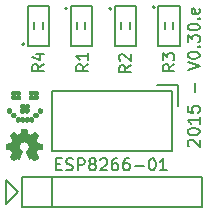
<source format=gto>
G04 #@! TF.FileFunction,Legend,Top*
%FSLAX46Y46*%
G04 Gerber Fmt 4.6, Leading zero omitted, Abs format (unit mm)*
G04 Created by KiCad (PCBNEW (2015-03-16 BZR 5521)-product) date Mon 16 Mar 2015 08:21:26 PM CET*
%MOMM*%
G01*
G04 APERTURE LIST*
%ADD10C,0.100000*%
%ADD11C,0.200000*%
%ADD12C,0.002540*%
%ADD13R,1.150620X1.049020*%
%ADD14R,1.701800X1.701800*%
%ADD15C,1.701800*%
%ADD16R,1.700800X1.700800*%
%ADD17C,1.700800*%
G04 APERTURE END LIST*
D10*
D11*
X170967619Y-113157143D02*
X170920000Y-113109524D01*
X170872381Y-113014286D01*
X170872381Y-112776190D01*
X170920000Y-112680952D01*
X170967619Y-112633333D01*
X171062857Y-112585714D01*
X171158095Y-112585714D01*
X171300952Y-112633333D01*
X171872381Y-113204762D01*
X171872381Y-112585714D01*
X170872381Y-111966667D02*
X170872381Y-111871428D01*
X170920000Y-111776190D01*
X170967619Y-111728571D01*
X171062857Y-111680952D01*
X171253333Y-111633333D01*
X171491429Y-111633333D01*
X171681905Y-111680952D01*
X171777143Y-111728571D01*
X171824762Y-111776190D01*
X171872381Y-111871428D01*
X171872381Y-111966667D01*
X171824762Y-112061905D01*
X171777143Y-112109524D01*
X171681905Y-112157143D01*
X171491429Y-112204762D01*
X171253333Y-112204762D01*
X171062857Y-112157143D01*
X170967619Y-112109524D01*
X170920000Y-112061905D01*
X170872381Y-111966667D01*
X171872381Y-110680952D02*
X171872381Y-111252381D01*
X171872381Y-110966667D02*
X170872381Y-110966667D01*
X171015238Y-111061905D01*
X171110476Y-111157143D01*
X171158095Y-111252381D01*
X170872381Y-109776190D02*
X170872381Y-110252381D01*
X171348571Y-110300000D01*
X171300952Y-110252381D01*
X171253333Y-110157143D01*
X171253333Y-109919047D01*
X171300952Y-109823809D01*
X171348571Y-109776190D01*
X171443810Y-109728571D01*
X171681905Y-109728571D01*
X171777143Y-109776190D01*
X171824762Y-109823809D01*
X171872381Y-109919047D01*
X171872381Y-110157143D01*
X171824762Y-110252381D01*
X171777143Y-110300000D01*
X171491429Y-108538095D02*
X171491429Y-107776190D01*
X170872381Y-106680952D02*
X171872381Y-106347619D01*
X170872381Y-106014285D01*
X170872381Y-105490476D02*
X170872381Y-105395237D01*
X170920000Y-105299999D01*
X170967619Y-105252380D01*
X171062857Y-105204761D01*
X171253333Y-105157142D01*
X171491429Y-105157142D01*
X171681905Y-105204761D01*
X171777143Y-105252380D01*
X171824762Y-105299999D01*
X171872381Y-105395237D01*
X171872381Y-105490476D01*
X171824762Y-105585714D01*
X171777143Y-105633333D01*
X171681905Y-105680952D01*
X171491429Y-105728571D01*
X171253333Y-105728571D01*
X171062857Y-105680952D01*
X170967619Y-105633333D01*
X170920000Y-105585714D01*
X170872381Y-105490476D01*
X171777143Y-104728571D02*
X171824762Y-104680952D01*
X171872381Y-104728571D01*
X171824762Y-104776190D01*
X171777143Y-104728571D01*
X171872381Y-104728571D01*
X170872381Y-104347619D02*
X170872381Y-103728571D01*
X171253333Y-104061905D01*
X171253333Y-103919047D01*
X171300952Y-103823809D01*
X171348571Y-103776190D01*
X171443810Y-103728571D01*
X171681905Y-103728571D01*
X171777143Y-103776190D01*
X171824762Y-103823809D01*
X171872381Y-103919047D01*
X171872381Y-104204762D01*
X171824762Y-104300000D01*
X171777143Y-104347619D01*
X170872381Y-103109524D02*
X170872381Y-103014285D01*
X170920000Y-102919047D01*
X170967619Y-102871428D01*
X171062857Y-102823809D01*
X171253333Y-102776190D01*
X171491429Y-102776190D01*
X171681905Y-102823809D01*
X171777143Y-102871428D01*
X171824762Y-102919047D01*
X171872381Y-103014285D01*
X171872381Y-103109524D01*
X171824762Y-103204762D01*
X171777143Y-103252381D01*
X171681905Y-103300000D01*
X171491429Y-103347619D01*
X171253333Y-103347619D01*
X171062857Y-103300000D01*
X170967619Y-103252381D01*
X170920000Y-103204762D01*
X170872381Y-103109524D01*
X171777143Y-102347619D02*
X171824762Y-102300000D01*
X171872381Y-102347619D01*
X171824762Y-102395238D01*
X171777143Y-102347619D01*
X171872381Y-102347619D01*
X171824762Y-101490476D02*
X171872381Y-101585714D01*
X171872381Y-101776191D01*
X171824762Y-101871429D01*
X171729524Y-101919048D01*
X171348571Y-101919048D01*
X171253333Y-101871429D01*
X171205714Y-101776191D01*
X171205714Y-101585714D01*
X171253333Y-101490476D01*
X171348571Y-101442857D01*
X171443810Y-101442857D01*
X171539048Y-101919048D01*
X157042000Y-104500000D02*
G75*
G03X157042000Y-104500000I-100000J0D01*
G01*
X159142000Y-101300000D02*
X159142000Y-104700000D01*
X159142000Y-104700000D02*
X157342000Y-104700000D01*
X157342000Y-104700000D02*
X157342000Y-101300000D01*
X157342000Y-101300000D02*
X159142000Y-101300000D01*
X157810200Y-103431800D02*
X157810200Y-103838200D01*
X157810200Y-103838200D02*
X158673800Y-103838200D01*
X158673800Y-103431800D02*
X158673800Y-103838200D01*
X157810200Y-103431800D02*
X158673800Y-103431800D01*
X157810200Y-102161800D02*
X157810200Y-102568200D01*
X157810200Y-102568200D02*
X158673800Y-102568200D01*
X158673800Y-102161800D02*
X158673800Y-102568200D01*
X157810200Y-102161800D02*
X158673800Y-102161800D01*
X157886400Y-102568200D02*
X157886400Y-103431800D01*
X158597600Y-103431800D02*
X158597600Y-102568200D01*
X160661500Y-101500000D02*
G75*
G03X160661500Y-101500000I-100000J0D01*
G01*
X162761500Y-101300000D02*
X162761500Y-104700000D01*
X162761500Y-104700000D02*
X160961500Y-104700000D01*
X160961500Y-104700000D02*
X160961500Y-101300000D01*
X160961500Y-101300000D02*
X162761500Y-101300000D01*
X161429700Y-103431800D02*
X161429700Y-103838200D01*
X161429700Y-103838200D02*
X162293300Y-103838200D01*
X162293300Y-103431800D02*
X162293300Y-103838200D01*
X161429700Y-103431800D02*
X162293300Y-103431800D01*
X161429700Y-102161800D02*
X161429700Y-102568200D01*
X161429700Y-102568200D02*
X162293300Y-102568200D01*
X162293300Y-102161800D02*
X162293300Y-102568200D01*
X161429700Y-102161800D02*
X162293300Y-102161800D01*
X161505900Y-102568200D02*
X161505900Y-103431800D01*
X162217100Y-103431800D02*
X162217100Y-102568200D01*
X164408000Y-101500000D02*
G75*
G03X164408000Y-101500000I-100000J0D01*
G01*
X166508000Y-101300000D02*
X166508000Y-104700000D01*
X166508000Y-104700000D02*
X164708000Y-104700000D01*
X164708000Y-104700000D02*
X164708000Y-101300000D01*
X164708000Y-101300000D02*
X166508000Y-101300000D01*
X165176200Y-103431800D02*
X165176200Y-103838200D01*
X165176200Y-103838200D02*
X166039800Y-103838200D01*
X166039800Y-103431800D02*
X166039800Y-103838200D01*
X165176200Y-103431800D02*
X166039800Y-103431800D01*
X165176200Y-102161800D02*
X165176200Y-102568200D01*
X165176200Y-102568200D02*
X166039800Y-102568200D01*
X166039800Y-102161800D02*
X166039800Y-102568200D01*
X165176200Y-102161800D02*
X166039800Y-102161800D01*
X165252400Y-102568200D02*
X165252400Y-103431800D01*
X165963600Y-103431800D02*
X165963600Y-102568200D01*
X168091000Y-101400000D02*
G75*
G03X168091000Y-101400000I-100000J0D01*
G01*
X170191000Y-101300000D02*
X170191000Y-104700000D01*
X170191000Y-104700000D02*
X168391000Y-104700000D01*
X168391000Y-104700000D02*
X168391000Y-101300000D01*
X168391000Y-101300000D02*
X170191000Y-101300000D01*
X168859200Y-103431800D02*
X168859200Y-103838200D01*
X168859200Y-103838200D02*
X169722800Y-103838200D01*
X169722800Y-103431800D02*
X169722800Y-103838200D01*
X168859200Y-103431800D02*
X169722800Y-103431800D01*
X168859200Y-102161800D02*
X168859200Y-102568200D01*
X168859200Y-102568200D02*
X169722800Y-102568200D01*
X169722800Y-102161800D02*
X169722800Y-102568200D01*
X168859200Y-102161800D02*
X169722800Y-102161800D01*
X168935400Y-102568200D02*
X168935400Y-103431800D01*
X169646600Y-103431800D02*
X169646600Y-102568200D01*
X170088000Y-107952000D02*
X170088000Y-109730000D01*
X168310000Y-107952000D02*
X170088000Y-107952000D01*
X169580000Y-108460000D02*
X169580000Y-113540000D01*
X159420000Y-108460000D02*
X169580000Y-108460000D01*
X169580000Y-113540000D02*
X159420000Y-113540000D01*
X159420000Y-113540000D02*
X159420000Y-108460000D01*
X156500000Y-117000000D02*
X155500000Y-116000000D01*
X155500000Y-116000000D02*
X155500000Y-118000000D01*
X155500000Y-118000000D02*
X156500000Y-117000000D01*
X156880000Y-118270000D02*
X156880000Y-115730000D01*
X156880000Y-115730000D02*
X172120000Y-115730000D01*
X172120000Y-115730000D02*
X172120000Y-118270000D01*
X172120000Y-118270000D02*
X156880000Y-118270000D01*
X159420000Y-118270000D02*
X159420000Y-115730000D01*
D12*
G36*
X157616420Y-111060640D02*
X157654520Y-111055560D01*
X157687540Y-111045400D01*
X157702780Y-111037780D01*
X157735800Y-111014920D01*
X157761200Y-110986980D01*
X157778980Y-110956500D01*
X157791680Y-110920940D01*
X157799300Y-110885380D01*
X157796760Y-110847280D01*
X157789140Y-110811720D01*
X157771360Y-110776160D01*
X157761200Y-110760920D01*
X157745960Y-110743140D01*
X157728180Y-110727900D01*
X157712940Y-110715200D01*
X157707860Y-110712660D01*
X157674840Y-110697420D01*
X157641820Y-110689800D01*
X157603720Y-110687260D01*
X157591020Y-110687260D01*
X157570700Y-110689800D01*
X157552920Y-110694880D01*
X157532600Y-110705040D01*
X157509740Y-110715200D01*
X157479260Y-110740600D01*
X157456400Y-110771080D01*
X157436080Y-110804100D01*
X157431000Y-110819340D01*
X157425920Y-110839660D01*
X157423380Y-110852360D01*
X157423380Y-110854900D01*
X157423380Y-110854900D01*
X157423380Y-110847280D01*
X157423380Y-110847280D01*
X157415760Y-110821880D01*
X157408140Y-110799020D01*
X157395440Y-110776160D01*
X157375120Y-110748220D01*
X157347180Y-110722820D01*
X157314160Y-110702500D01*
X157276060Y-110689800D01*
X157237960Y-110687260D01*
X157227800Y-110687260D01*
X157197320Y-110689800D01*
X157169380Y-110697420D01*
X157164300Y-110699960D01*
X157131280Y-110717740D01*
X157103340Y-110740600D01*
X157080480Y-110771080D01*
X157062700Y-110801560D01*
X157052540Y-110834580D01*
X157052540Y-110837120D01*
X157050000Y-110844740D01*
X157050000Y-110849820D01*
X157050000Y-110849820D01*
X157050000Y-110844740D01*
X157047460Y-110834580D01*
X157047460Y-110832040D01*
X157034760Y-110799020D01*
X157016980Y-110766000D01*
X156994120Y-110738060D01*
X156971260Y-110720280D01*
X156938240Y-110702500D01*
X156902680Y-110689800D01*
X156862040Y-110687260D01*
X156834100Y-110689800D01*
X156798540Y-110697420D01*
X156762980Y-110715200D01*
X156732500Y-110738060D01*
X156709640Y-110768540D01*
X156704560Y-110773620D01*
X156696940Y-110786320D01*
X156691860Y-110799020D01*
X156689320Y-110806640D01*
X156681700Y-110824420D01*
X156679160Y-110839660D01*
X156676620Y-110852360D01*
X156676620Y-110854900D01*
X156676620Y-110854900D01*
X156674080Y-110847280D01*
X156671540Y-110826960D01*
X156661380Y-110801560D01*
X156651220Y-110778700D01*
X156628360Y-110748220D01*
X156597880Y-110722820D01*
X156564860Y-110702500D01*
X156529300Y-110689800D01*
X156491200Y-110687260D01*
X156455640Y-110689800D01*
X156417540Y-110699960D01*
X156384520Y-110717740D01*
X156354040Y-110743140D01*
X156338800Y-110760920D01*
X156326100Y-110781240D01*
X156313400Y-110804100D01*
X156308320Y-110824420D01*
X156300700Y-110862520D01*
X156303240Y-110898080D01*
X156310860Y-110933640D01*
X156326100Y-110966660D01*
X156346420Y-110994600D01*
X156371820Y-111020000D01*
X156402300Y-111040320D01*
X156435320Y-111053020D01*
X156473420Y-111060640D01*
X156478500Y-111060640D01*
X156516600Y-111060640D01*
X156552160Y-111050480D01*
X156585180Y-111035240D01*
X156597880Y-111025080D01*
X156623280Y-111004760D01*
X156646140Y-110976820D01*
X156661380Y-110948880D01*
X156663920Y-110938720D01*
X156669000Y-110923480D01*
X156674080Y-110905700D01*
X156676620Y-110893000D01*
X156676620Y-110885380D01*
X156676620Y-110893000D01*
X156676620Y-110900620D01*
X156681700Y-110915860D01*
X156686780Y-110936180D01*
X156691860Y-110951420D01*
X156702020Y-110969200D01*
X156724880Y-110999680D01*
X156752820Y-111025080D01*
X156785840Y-111045400D01*
X156823940Y-111058100D01*
X156829020Y-111058100D01*
X156854420Y-111060640D01*
X156882360Y-111060640D01*
X156907760Y-111055560D01*
X156933160Y-111047940D01*
X156966180Y-111030160D01*
X156999200Y-111004760D01*
X156999200Y-111002220D01*
X157022060Y-110976820D01*
X157037300Y-110943800D01*
X157047460Y-110913320D01*
X157047460Y-110910780D01*
X157050000Y-110903160D01*
X157050000Y-110898080D01*
X157050000Y-110900620D01*
X157052540Y-110908240D01*
X157052540Y-110910780D01*
X157057620Y-110931100D01*
X157065240Y-110951420D01*
X157077940Y-110971740D01*
X157093180Y-110994600D01*
X157121120Y-111022540D01*
X157154140Y-111042860D01*
X157192240Y-111055560D01*
X157197320Y-111058100D01*
X157222720Y-111060640D01*
X157250660Y-111060640D01*
X157276060Y-111058100D01*
X157296380Y-111050480D01*
X157331940Y-111035240D01*
X157362420Y-111012380D01*
X157387820Y-110984440D01*
X157408140Y-110951420D01*
X157410680Y-110941260D01*
X157418300Y-110923480D01*
X157420840Y-110905700D01*
X157423380Y-110893000D01*
X157423380Y-110893000D01*
X157423380Y-110893000D01*
X157425920Y-110900620D01*
X157425920Y-110900620D01*
X157431000Y-110923480D01*
X157441160Y-110948880D01*
X157451320Y-110971740D01*
X157456400Y-110979360D01*
X157479260Y-111007300D01*
X157509740Y-111030160D01*
X157542760Y-111047940D01*
X157578320Y-111058100D01*
X157616420Y-111060640D01*
X157616420Y-111060640D01*
G37*
X157616420Y-111060640D02*
X157654520Y-111055560D01*
X157687540Y-111045400D01*
X157702780Y-111037780D01*
X157735800Y-111014920D01*
X157761200Y-110986980D01*
X157778980Y-110956500D01*
X157791680Y-110920940D01*
X157799300Y-110885380D01*
X157796760Y-110847280D01*
X157789140Y-110811720D01*
X157771360Y-110776160D01*
X157761200Y-110760920D01*
X157745960Y-110743140D01*
X157728180Y-110727900D01*
X157712940Y-110715200D01*
X157707860Y-110712660D01*
X157674840Y-110697420D01*
X157641820Y-110689800D01*
X157603720Y-110687260D01*
X157591020Y-110687260D01*
X157570700Y-110689800D01*
X157552920Y-110694880D01*
X157532600Y-110705040D01*
X157509740Y-110715200D01*
X157479260Y-110740600D01*
X157456400Y-110771080D01*
X157436080Y-110804100D01*
X157431000Y-110819340D01*
X157425920Y-110839660D01*
X157423380Y-110852360D01*
X157423380Y-110854900D01*
X157423380Y-110854900D01*
X157423380Y-110847280D01*
X157423380Y-110847280D01*
X157415760Y-110821880D01*
X157408140Y-110799020D01*
X157395440Y-110776160D01*
X157375120Y-110748220D01*
X157347180Y-110722820D01*
X157314160Y-110702500D01*
X157276060Y-110689800D01*
X157237960Y-110687260D01*
X157227800Y-110687260D01*
X157197320Y-110689800D01*
X157169380Y-110697420D01*
X157164300Y-110699960D01*
X157131280Y-110717740D01*
X157103340Y-110740600D01*
X157080480Y-110771080D01*
X157062700Y-110801560D01*
X157052540Y-110834580D01*
X157052540Y-110837120D01*
X157050000Y-110844740D01*
X157050000Y-110849820D01*
X157050000Y-110849820D01*
X157050000Y-110844740D01*
X157047460Y-110834580D01*
X157047460Y-110832040D01*
X157034760Y-110799020D01*
X157016980Y-110766000D01*
X156994120Y-110738060D01*
X156971260Y-110720280D01*
X156938240Y-110702500D01*
X156902680Y-110689800D01*
X156862040Y-110687260D01*
X156834100Y-110689800D01*
X156798540Y-110697420D01*
X156762980Y-110715200D01*
X156732500Y-110738060D01*
X156709640Y-110768540D01*
X156704560Y-110773620D01*
X156696940Y-110786320D01*
X156691860Y-110799020D01*
X156689320Y-110806640D01*
X156681700Y-110824420D01*
X156679160Y-110839660D01*
X156676620Y-110852360D01*
X156676620Y-110854900D01*
X156676620Y-110854900D01*
X156674080Y-110847280D01*
X156671540Y-110826960D01*
X156661380Y-110801560D01*
X156651220Y-110778700D01*
X156628360Y-110748220D01*
X156597880Y-110722820D01*
X156564860Y-110702500D01*
X156529300Y-110689800D01*
X156491200Y-110687260D01*
X156455640Y-110689800D01*
X156417540Y-110699960D01*
X156384520Y-110717740D01*
X156354040Y-110743140D01*
X156338800Y-110760920D01*
X156326100Y-110781240D01*
X156313400Y-110804100D01*
X156308320Y-110824420D01*
X156300700Y-110862520D01*
X156303240Y-110898080D01*
X156310860Y-110933640D01*
X156326100Y-110966660D01*
X156346420Y-110994600D01*
X156371820Y-111020000D01*
X156402300Y-111040320D01*
X156435320Y-111053020D01*
X156473420Y-111060640D01*
X156478500Y-111060640D01*
X156516600Y-111060640D01*
X156552160Y-111050480D01*
X156585180Y-111035240D01*
X156597880Y-111025080D01*
X156623280Y-111004760D01*
X156646140Y-110976820D01*
X156661380Y-110948880D01*
X156663920Y-110938720D01*
X156669000Y-110923480D01*
X156674080Y-110905700D01*
X156676620Y-110893000D01*
X156676620Y-110885380D01*
X156676620Y-110893000D01*
X156676620Y-110900620D01*
X156681700Y-110915860D01*
X156686780Y-110936180D01*
X156691860Y-110951420D01*
X156702020Y-110969200D01*
X156724880Y-110999680D01*
X156752820Y-111025080D01*
X156785840Y-111045400D01*
X156823940Y-111058100D01*
X156829020Y-111058100D01*
X156854420Y-111060640D01*
X156882360Y-111060640D01*
X156907760Y-111055560D01*
X156933160Y-111047940D01*
X156966180Y-111030160D01*
X156999200Y-111004760D01*
X156999200Y-111002220D01*
X157022060Y-110976820D01*
X157037300Y-110943800D01*
X157047460Y-110913320D01*
X157047460Y-110910780D01*
X157050000Y-110903160D01*
X157050000Y-110898080D01*
X157050000Y-110900620D01*
X157052540Y-110908240D01*
X157052540Y-110910780D01*
X157057620Y-110931100D01*
X157065240Y-110951420D01*
X157077940Y-110971740D01*
X157093180Y-110994600D01*
X157121120Y-111022540D01*
X157154140Y-111042860D01*
X157192240Y-111055560D01*
X157197320Y-111058100D01*
X157222720Y-111060640D01*
X157250660Y-111060640D01*
X157276060Y-111058100D01*
X157296380Y-111050480D01*
X157331940Y-111035240D01*
X157362420Y-111012380D01*
X157387820Y-110984440D01*
X157408140Y-110951420D01*
X157410680Y-110941260D01*
X157418300Y-110923480D01*
X157420840Y-110905700D01*
X157423380Y-110893000D01*
X157423380Y-110893000D01*
X157423380Y-110893000D01*
X157425920Y-110900620D01*
X157425920Y-110900620D01*
X157431000Y-110923480D01*
X157441160Y-110948880D01*
X157451320Y-110971740D01*
X157456400Y-110979360D01*
X157479260Y-111007300D01*
X157509740Y-111030160D01*
X157542760Y-111047940D01*
X157578320Y-111058100D01*
X157616420Y-111060640D01*
G36*
X156102580Y-110687260D02*
X156125440Y-110684720D01*
X156145760Y-110684720D01*
X156171160Y-110677100D01*
X156206720Y-110661860D01*
X156237200Y-110639000D01*
X156262600Y-110611060D01*
X156282920Y-110578040D01*
X156295620Y-110542480D01*
X156300700Y-110504380D01*
X156298160Y-110466280D01*
X156288000Y-110430720D01*
X156272760Y-110397700D01*
X156247360Y-110367220D01*
X156216880Y-110341820D01*
X156209260Y-110336740D01*
X156171160Y-110321500D01*
X156135600Y-110311340D01*
X156094960Y-110311340D01*
X156056860Y-110318960D01*
X156026380Y-110331660D01*
X155993360Y-110354520D01*
X155967960Y-110382460D01*
X155945100Y-110415480D01*
X155932400Y-110453580D01*
X155927320Y-110471360D01*
X155927320Y-110496760D01*
X155927320Y-110519620D01*
X155929860Y-110539940D01*
X155932400Y-110547560D01*
X155947640Y-110585660D01*
X155967960Y-110618680D01*
X155998440Y-110646620D01*
X156031460Y-110666940D01*
X156046700Y-110674560D01*
X156069560Y-110682180D01*
X156089880Y-110684720D01*
X156102580Y-110687260D01*
X156102580Y-110687260D01*
G37*
X156102580Y-110687260D02*
X156125440Y-110684720D01*
X156145760Y-110684720D01*
X156171160Y-110677100D01*
X156206720Y-110661860D01*
X156237200Y-110639000D01*
X156262600Y-110611060D01*
X156282920Y-110578040D01*
X156295620Y-110542480D01*
X156300700Y-110504380D01*
X156298160Y-110466280D01*
X156288000Y-110430720D01*
X156272760Y-110397700D01*
X156247360Y-110367220D01*
X156216880Y-110341820D01*
X156209260Y-110336740D01*
X156171160Y-110321500D01*
X156135600Y-110311340D01*
X156094960Y-110311340D01*
X156056860Y-110318960D01*
X156026380Y-110331660D01*
X155993360Y-110354520D01*
X155967960Y-110382460D01*
X155945100Y-110415480D01*
X155932400Y-110453580D01*
X155927320Y-110471360D01*
X155927320Y-110496760D01*
X155927320Y-110519620D01*
X155929860Y-110539940D01*
X155932400Y-110547560D01*
X155947640Y-110585660D01*
X155967960Y-110618680D01*
X155998440Y-110646620D01*
X156031460Y-110666940D01*
X156046700Y-110674560D01*
X156069560Y-110682180D01*
X156089880Y-110684720D01*
X156102580Y-110687260D01*
G36*
X157989800Y-110687260D02*
X158027900Y-110682180D01*
X158066000Y-110669480D01*
X158101560Y-110646620D01*
X158109180Y-110641540D01*
X158134580Y-110613600D01*
X158154900Y-110580580D01*
X158167600Y-110545020D01*
X158172680Y-110524700D01*
X158172680Y-110501840D01*
X158172680Y-110476440D01*
X158170140Y-110458660D01*
X158167600Y-110448500D01*
X158152360Y-110410400D01*
X158132040Y-110379920D01*
X158104100Y-110351980D01*
X158071080Y-110331660D01*
X158035520Y-110318960D01*
X157997420Y-110311340D01*
X157982180Y-110311340D01*
X157944080Y-110316420D01*
X157908520Y-110326580D01*
X157878040Y-110346900D01*
X157850100Y-110369760D01*
X157827240Y-110400240D01*
X157812000Y-110433260D01*
X157801840Y-110468820D01*
X157799300Y-110506920D01*
X157801840Y-110529780D01*
X157806920Y-110550100D01*
X157814540Y-110572960D01*
X157829780Y-110600900D01*
X157852640Y-110631380D01*
X157883120Y-110654240D01*
X157916140Y-110672020D01*
X157951700Y-110682180D01*
X157989800Y-110687260D01*
X157989800Y-110687260D01*
G37*
X157989800Y-110687260D02*
X158027900Y-110682180D01*
X158066000Y-110669480D01*
X158101560Y-110646620D01*
X158109180Y-110641540D01*
X158134580Y-110613600D01*
X158154900Y-110580580D01*
X158167600Y-110545020D01*
X158172680Y-110524700D01*
X158172680Y-110501840D01*
X158172680Y-110476440D01*
X158170140Y-110458660D01*
X158167600Y-110448500D01*
X158152360Y-110410400D01*
X158132040Y-110379920D01*
X158104100Y-110351980D01*
X158071080Y-110331660D01*
X158035520Y-110318960D01*
X157997420Y-110311340D01*
X157982180Y-110311340D01*
X157944080Y-110316420D01*
X157908520Y-110326580D01*
X157878040Y-110346900D01*
X157850100Y-110369760D01*
X157827240Y-110400240D01*
X157812000Y-110433260D01*
X157801840Y-110468820D01*
X157799300Y-110506920D01*
X157801840Y-110529780D01*
X157806920Y-110550100D01*
X157814540Y-110572960D01*
X157829780Y-110600900D01*
X157852640Y-110631380D01*
X157883120Y-110654240D01*
X157916140Y-110672020D01*
X157951700Y-110682180D01*
X157989800Y-110687260D01*
G36*
X155729200Y-110311340D02*
X155754600Y-110311340D01*
X155777460Y-110306260D01*
X155805400Y-110298640D01*
X155838420Y-110280860D01*
X155871440Y-110255460D01*
X155891760Y-110232600D01*
X155909540Y-110199580D01*
X155922240Y-110164020D01*
X155924780Y-110148780D01*
X155924780Y-110125920D01*
X155924780Y-110103060D01*
X155922240Y-110085280D01*
X155919700Y-110072580D01*
X155904460Y-110037020D01*
X155884140Y-110004000D01*
X155856200Y-109976060D01*
X155820640Y-109955740D01*
X155807940Y-109950660D01*
X155785080Y-109940500D01*
X155759680Y-109937960D01*
X155731740Y-109937960D01*
X155713960Y-109937960D01*
X155693640Y-109940500D01*
X155675860Y-109945580D01*
X155655540Y-109955740D01*
X155642840Y-109963360D01*
X155612360Y-109986220D01*
X155586960Y-110014160D01*
X155566640Y-110049720D01*
X155553940Y-110087820D01*
X155553940Y-110095440D01*
X155551400Y-110118300D01*
X155551400Y-110141160D01*
X155553940Y-110161480D01*
X155556480Y-110174180D01*
X155571720Y-110209740D01*
X155594580Y-110242760D01*
X155619980Y-110270700D01*
X155655540Y-110291020D01*
X155691100Y-110306260D01*
X155703800Y-110308800D01*
X155729200Y-110311340D01*
X155729200Y-110311340D01*
G37*
X155729200Y-110311340D02*
X155754600Y-110311340D01*
X155777460Y-110306260D01*
X155805400Y-110298640D01*
X155838420Y-110280860D01*
X155871440Y-110255460D01*
X155891760Y-110232600D01*
X155909540Y-110199580D01*
X155922240Y-110164020D01*
X155924780Y-110148780D01*
X155924780Y-110125920D01*
X155924780Y-110103060D01*
X155922240Y-110085280D01*
X155919700Y-110072580D01*
X155904460Y-110037020D01*
X155884140Y-110004000D01*
X155856200Y-109976060D01*
X155820640Y-109955740D01*
X155807940Y-109950660D01*
X155785080Y-109940500D01*
X155759680Y-109937960D01*
X155731740Y-109937960D01*
X155713960Y-109937960D01*
X155693640Y-109940500D01*
X155675860Y-109945580D01*
X155655540Y-109955740D01*
X155642840Y-109963360D01*
X155612360Y-109986220D01*
X155586960Y-110014160D01*
X155566640Y-110049720D01*
X155553940Y-110087820D01*
X155553940Y-110095440D01*
X155551400Y-110118300D01*
X155551400Y-110141160D01*
X155553940Y-110161480D01*
X155556480Y-110174180D01*
X155571720Y-110209740D01*
X155594580Y-110242760D01*
X155619980Y-110270700D01*
X155655540Y-110291020D01*
X155691100Y-110306260D01*
X155703800Y-110308800D01*
X155729200Y-110311340D01*
G36*
X157232880Y-110311340D02*
X157268440Y-110308800D01*
X157304000Y-110298640D01*
X157326860Y-110288480D01*
X157357340Y-110265620D01*
X157385280Y-110237680D01*
X157405600Y-110204660D01*
X157418300Y-110169100D01*
X157420840Y-110161480D01*
X157423380Y-110131000D01*
X157423380Y-110103060D01*
X157415760Y-110070040D01*
X157400520Y-110031940D01*
X157377660Y-110001460D01*
X157349720Y-109976060D01*
X157316700Y-109955740D01*
X157278600Y-109940500D01*
X157255740Y-109935420D01*
X157268440Y-109932880D01*
X157270980Y-109932880D01*
X157296380Y-109925260D01*
X157324320Y-109912560D01*
X157352260Y-109897320D01*
X157354800Y-109892240D01*
X157382740Y-109866840D01*
X157403060Y-109833820D01*
X157415760Y-109798260D01*
X157423380Y-109762700D01*
X157423380Y-109727140D01*
X157413220Y-109691580D01*
X157397980Y-109656020D01*
X157397980Y-109653480D01*
X157372580Y-109623000D01*
X157344640Y-109597600D01*
X157314160Y-109579820D01*
X157278600Y-109569660D01*
X157243040Y-109564580D01*
X157207480Y-109567120D01*
X157171920Y-109574740D01*
X157138900Y-109592520D01*
X157105880Y-109615380D01*
X157090640Y-109633160D01*
X157072860Y-109661100D01*
X157057620Y-109689040D01*
X157052540Y-109716980D01*
X157050000Y-109724600D01*
X157050000Y-109727140D01*
X157050000Y-109724600D01*
X157047460Y-109716980D01*
X157042380Y-109691580D01*
X157029680Y-109666180D01*
X157014440Y-109640780D01*
X157004280Y-109628080D01*
X156976340Y-109602680D01*
X156943320Y-109582360D01*
X156907760Y-109569660D01*
X156869660Y-109564580D01*
X156831560Y-109567120D01*
X156808700Y-109572200D01*
X156773140Y-109587440D01*
X156742660Y-109607760D01*
X156714720Y-109635700D01*
X156694400Y-109668720D01*
X156681700Y-109706820D01*
X156679160Y-109724600D01*
X156676620Y-109762700D01*
X156684240Y-109798260D01*
X156696940Y-109833820D01*
X156717260Y-109866840D01*
X156745200Y-109892240D01*
X156778220Y-109915100D01*
X156793460Y-109922720D01*
X156811240Y-109927800D01*
X156826480Y-109932880D01*
X156839180Y-109935420D01*
X156839180Y-109935420D01*
X156839180Y-109935420D01*
X156831560Y-109937960D01*
X156813780Y-109943040D01*
X156788380Y-109953200D01*
X156765520Y-109963360D01*
X156755360Y-109970980D01*
X156729960Y-109993840D01*
X156707100Y-110019240D01*
X156691860Y-110047180D01*
X156681700Y-110080200D01*
X156676620Y-110113220D01*
X156676620Y-110146240D01*
X156679160Y-110151320D01*
X156689320Y-110191960D01*
X156707100Y-110224980D01*
X156732500Y-110255460D01*
X156752820Y-110275780D01*
X156785840Y-110296100D01*
X156823940Y-110306260D01*
X156836640Y-110308800D01*
X156856960Y-110311340D01*
X156879820Y-110308800D01*
X156900140Y-110308800D01*
X156915380Y-110303720D01*
X156928080Y-110301180D01*
X156963640Y-110283400D01*
X156994120Y-110258000D01*
X157019520Y-110227520D01*
X157029680Y-110212280D01*
X157039840Y-110186880D01*
X157047460Y-110161480D01*
X157047460Y-110161480D01*
X157050000Y-110151320D01*
X157050000Y-110148780D01*
X157050000Y-110148780D01*
X157050000Y-110097980D01*
X157050000Y-110097980D01*
X157050000Y-110095440D01*
X157047460Y-110085280D01*
X157047460Y-110082740D01*
X157034760Y-110049720D01*
X157016980Y-110016700D01*
X156994120Y-109988760D01*
X156966180Y-109965900D01*
X156933160Y-109950660D01*
X156930620Y-109948120D01*
X156915380Y-109943040D01*
X156900140Y-109940500D01*
X156882360Y-109935420D01*
X156897600Y-109932880D01*
X156920460Y-109927800D01*
X156953480Y-109912560D01*
X156983960Y-109892240D01*
X157011900Y-109864300D01*
X157032220Y-109833820D01*
X157037300Y-109818580D01*
X157044920Y-109798260D01*
X157047460Y-109783020D01*
X157050000Y-109775400D01*
X157050000Y-109772860D01*
X157050000Y-109775400D01*
X157052540Y-109783020D01*
X157055080Y-109795720D01*
X157060160Y-109816040D01*
X157067780Y-109833820D01*
X157080480Y-109854140D01*
X157105880Y-109882080D01*
X157133820Y-109904940D01*
X157166840Y-109922720D01*
X157202400Y-109932880D01*
X157217640Y-109935420D01*
X157202400Y-109940500D01*
X157199860Y-109940500D01*
X157182080Y-109943040D01*
X157166840Y-109950660D01*
X157164300Y-109950660D01*
X157131280Y-109968440D01*
X157103340Y-109991300D01*
X157080480Y-110019240D01*
X157062700Y-110052260D01*
X157052540Y-110085280D01*
X157052540Y-110085280D01*
X157050000Y-110095440D01*
X157050000Y-110097980D01*
X157050000Y-110148780D01*
X157050000Y-110148780D01*
X157050000Y-110153860D01*
X157052540Y-110161480D01*
X157060160Y-110186880D01*
X157075400Y-110219900D01*
X157098260Y-110250380D01*
X157126200Y-110275780D01*
X157159220Y-110293560D01*
X157159220Y-110293560D01*
X157194780Y-110306260D01*
X157232880Y-110311340D01*
X157232880Y-110311340D01*
G37*
X157232880Y-110311340D02*
X157268440Y-110308800D01*
X157304000Y-110298640D01*
X157326860Y-110288480D01*
X157357340Y-110265620D01*
X157385280Y-110237680D01*
X157405600Y-110204660D01*
X157418300Y-110169100D01*
X157420840Y-110161480D01*
X157423380Y-110131000D01*
X157423380Y-110103060D01*
X157415760Y-110070040D01*
X157400520Y-110031940D01*
X157377660Y-110001460D01*
X157349720Y-109976060D01*
X157316700Y-109955740D01*
X157278600Y-109940500D01*
X157255740Y-109935420D01*
X157268440Y-109932880D01*
X157270980Y-109932880D01*
X157296380Y-109925260D01*
X157324320Y-109912560D01*
X157352260Y-109897320D01*
X157354800Y-109892240D01*
X157382740Y-109866840D01*
X157403060Y-109833820D01*
X157415760Y-109798260D01*
X157423380Y-109762700D01*
X157423380Y-109727140D01*
X157413220Y-109691580D01*
X157397980Y-109656020D01*
X157397980Y-109653480D01*
X157372580Y-109623000D01*
X157344640Y-109597600D01*
X157314160Y-109579820D01*
X157278600Y-109569660D01*
X157243040Y-109564580D01*
X157207480Y-109567120D01*
X157171920Y-109574740D01*
X157138900Y-109592520D01*
X157105880Y-109615380D01*
X157090640Y-109633160D01*
X157072860Y-109661100D01*
X157057620Y-109689040D01*
X157052540Y-109716980D01*
X157050000Y-109724600D01*
X157050000Y-109727140D01*
X157050000Y-109724600D01*
X157047460Y-109716980D01*
X157042380Y-109691580D01*
X157029680Y-109666180D01*
X157014440Y-109640780D01*
X157004280Y-109628080D01*
X156976340Y-109602680D01*
X156943320Y-109582360D01*
X156907760Y-109569660D01*
X156869660Y-109564580D01*
X156831560Y-109567120D01*
X156808700Y-109572200D01*
X156773140Y-109587440D01*
X156742660Y-109607760D01*
X156714720Y-109635700D01*
X156694400Y-109668720D01*
X156681700Y-109706820D01*
X156679160Y-109724600D01*
X156676620Y-109762700D01*
X156684240Y-109798260D01*
X156696940Y-109833820D01*
X156717260Y-109866840D01*
X156745200Y-109892240D01*
X156778220Y-109915100D01*
X156793460Y-109922720D01*
X156811240Y-109927800D01*
X156826480Y-109932880D01*
X156839180Y-109935420D01*
X156839180Y-109935420D01*
X156839180Y-109935420D01*
X156831560Y-109937960D01*
X156813780Y-109943040D01*
X156788380Y-109953200D01*
X156765520Y-109963360D01*
X156755360Y-109970980D01*
X156729960Y-109993840D01*
X156707100Y-110019240D01*
X156691860Y-110047180D01*
X156681700Y-110080200D01*
X156676620Y-110113220D01*
X156676620Y-110146240D01*
X156679160Y-110151320D01*
X156689320Y-110191960D01*
X156707100Y-110224980D01*
X156732500Y-110255460D01*
X156752820Y-110275780D01*
X156785840Y-110296100D01*
X156823940Y-110306260D01*
X156836640Y-110308800D01*
X156856960Y-110311340D01*
X156879820Y-110308800D01*
X156900140Y-110308800D01*
X156915380Y-110303720D01*
X156928080Y-110301180D01*
X156963640Y-110283400D01*
X156994120Y-110258000D01*
X157019520Y-110227520D01*
X157029680Y-110212280D01*
X157039840Y-110186880D01*
X157047460Y-110161480D01*
X157047460Y-110161480D01*
X157050000Y-110151320D01*
X157050000Y-110148780D01*
X157050000Y-110148780D01*
X157050000Y-110097980D01*
X157050000Y-110097980D01*
X157050000Y-110095440D01*
X157047460Y-110085280D01*
X157047460Y-110082740D01*
X157034760Y-110049720D01*
X157016980Y-110016700D01*
X156994120Y-109988760D01*
X156966180Y-109965900D01*
X156933160Y-109950660D01*
X156930620Y-109948120D01*
X156915380Y-109943040D01*
X156900140Y-109940500D01*
X156882360Y-109935420D01*
X156897600Y-109932880D01*
X156920460Y-109927800D01*
X156953480Y-109912560D01*
X156983960Y-109892240D01*
X157011900Y-109864300D01*
X157032220Y-109833820D01*
X157037300Y-109818580D01*
X157044920Y-109798260D01*
X157047460Y-109783020D01*
X157050000Y-109775400D01*
X157050000Y-109772860D01*
X157050000Y-109775400D01*
X157052540Y-109783020D01*
X157055080Y-109795720D01*
X157060160Y-109816040D01*
X157067780Y-109833820D01*
X157080480Y-109854140D01*
X157105880Y-109882080D01*
X157133820Y-109904940D01*
X157166840Y-109922720D01*
X157202400Y-109932880D01*
X157217640Y-109935420D01*
X157202400Y-109940500D01*
X157199860Y-109940500D01*
X157182080Y-109943040D01*
X157166840Y-109950660D01*
X157164300Y-109950660D01*
X157131280Y-109968440D01*
X157103340Y-109991300D01*
X157080480Y-110019240D01*
X157062700Y-110052260D01*
X157052540Y-110085280D01*
X157052540Y-110085280D01*
X157050000Y-110095440D01*
X157050000Y-110097980D01*
X157050000Y-110148780D01*
X157050000Y-110148780D01*
X157050000Y-110153860D01*
X157052540Y-110161480D01*
X157060160Y-110186880D01*
X157075400Y-110219900D01*
X157098260Y-110250380D01*
X157126200Y-110275780D01*
X157159220Y-110293560D01*
X157159220Y-110293560D01*
X157194780Y-110306260D01*
X157232880Y-110311340D01*
G36*
X158347940Y-110311340D02*
X158378420Y-110311340D01*
X158406360Y-110306260D01*
X158424140Y-110301180D01*
X158459700Y-110283400D01*
X158490180Y-110260540D01*
X158515580Y-110232600D01*
X158533360Y-110199580D01*
X158543520Y-110164020D01*
X158548600Y-110123380D01*
X158548600Y-110108140D01*
X158540980Y-110070040D01*
X158525740Y-110034480D01*
X158502880Y-109998920D01*
X158495260Y-109993840D01*
X158469860Y-109970980D01*
X158439380Y-109953200D01*
X158406360Y-109940500D01*
X158403820Y-109940500D01*
X158375880Y-109937960D01*
X158345400Y-109937960D01*
X158317460Y-109940500D01*
X158307300Y-109943040D01*
X158271740Y-109958280D01*
X158241260Y-109981140D01*
X158215860Y-110006540D01*
X158195540Y-110037020D01*
X158180300Y-110070040D01*
X158175220Y-110108140D01*
X158175220Y-110146240D01*
X158182840Y-110184340D01*
X158195540Y-110212280D01*
X158218400Y-110242760D01*
X158246340Y-110270700D01*
X158276820Y-110291020D01*
X158314920Y-110306260D01*
X158317460Y-110306260D01*
X158347940Y-110311340D01*
X158347940Y-110311340D01*
G37*
X158347940Y-110311340D02*
X158378420Y-110311340D01*
X158406360Y-110306260D01*
X158424140Y-110301180D01*
X158459700Y-110283400D01*
X158490180Y-110260540D01*
X158515580Y-110232600D01*
X158533360Y-110199580D01*
X158543520Y-110164020D01*
X158548600Y-110123380D01*
X158548600Y-110108140D01*
X158540980Y-110070040D01*
X158525740Y-110034480D01*
X158502880Y-109998920D01*
X158495260Y-109993840D01*
X158469860Y-109970980D01*
X158439380Y-109953200D01*
X158406360Y-109940500D01*
X158403820Y-109940500D01*
X158375880Y-109937960D01*
X158345400Y-109937960D01*
X158317460Y-109940500D01*
X158307300Y-109943040D01*
X158271740Y-109958280D01*
X158241260Y-109981140D01*
X158215860Y-110006540D01*
X158195540Y-110037020D01*
X158180300Y-110070040D01*
X158175220Y-110108140D01*
X158175220Y-110146240D01*
X158182840Y-110184340D01*
X158195540Y-110212280D01*
X158218400Y-110242760D01*
X158246340Y-110270700D01*
X158276820Y-110291020D01*
X158314920Y-110306260D01*
X158317460Y-110306260D01*
X158347940Y-110311340D01*
G36*
X156493740Y-109188660D02*
X156531840Y-109183580D01*
X156567400Y-109170880D01*
X156585180Y-109163260D01*
X156600420Y-109150560D01*
X156618200Y-109135320D01*
X156638520Y-109115000D01*
X156658840Y-109081980D01*
X156671540Y-109046420D01*
X156674080Y-109036260D01*
X156676620Y-109010860D01*
X156676620Y-108985460D01*
X156671540Y-108962600D01*
X156661380Y-108929580D01*
X156646140Y-108896560D01*
X156623280Y-108868620D01*
X156618200Y-108866080D01*
X156600420Y-108850840D01*
X156580100Y-108838140D01*
X156562320Y-108827980D01*
X156554700Y-108825440D01*
X156539460Y-108820360D01*
X156524220Y-108817820D01*
X156514060Y-108815280D01*
X156506440Y-108815280D01*
X156514060Y-108812740D01*
X156524220Y-108810200D01*
X156534380Y-108807660D01*
X156549620Y-108805120D01*
X156577560Y-108789880D01*
X156605500Y-108774640D01*
X156625820Y-108754320D01*
X156630900Y-108749240D01*
X156653760Y-108716220D01*
X156669000Y-108680660D01*
X156676620Y-108645100D01*
X156676620Y-108607000D01*
X156674080Y-108596840D01*
X156663920Y-108558740D01*
X156646140Y-108525720D01*
X156620740Y-108492700D01*
X156597880Y-108474920D01*
X156564860Y-108454600D01*
X156529300Y-108441900D01*
X156521680Y-108441900D01*
X156496280Y-108439360D01*
X156470880Y-108439360D01*
X156445480Y-108444440D01*
X156425160Y-108449520D01*
X156389600Y-108467300D01*
X156359120Y-108490160D01*
X156336260Y-108518100D01*
X156315940Y-108551120D01*
X156305780Y-108586680D01*
X156303240Y-108591760D01*
X156300700Y-108599380D01*
X156300700Y-108604460D01*
X156298160Y-108599380D01*
X156298160Y-108591760D01*
X156295620Y-108576520D01*
X156288000Y-108558740D01*
X156282920Y-108543500D01*
X156275300Y-108533340D01*
X156252440Y-108500320D01*
X156224500Y-108474920D01*
X156191480Y-108454600D01*
X156155920Y-108444440D01*
X156115280Y-108439360D01*
X156084800Y-108441900D01*
X156049240Y-108449520D01*
X156016220Y-108467300D01*
X155995900Y-108480000D01*
X155967960Y-108507940D01*
X155947640Y-108538420D01*
X155932400Y-108573980D01*
X155927320Y-108609540D01*
X155927320Y-108647640D01*
X155934940Y-108683200D01*
X155950180Y-108718760D01*
X155973040Y-108749240D01*
X156000980Y-108777180D01*
X156036540Y-108797500D01*
X156074640Y-108810200D01*
X156094960Y-108815280D01*
X156082260Y-108815280D01*
X156074640Y-108817820D01*
X156044160Y-108825440D01*
X156016220Y-108840680D01*
X155988280Y-108861000D01*
X155965420Y-108883860D01*
X155952720Y-108904180D01*
X155940020Y-108929580D01*
X155932400Y-108954980D01*
X155927320Y-108975300D01*
X155927320Y-108998160D01*
X155927320Y-109023560D01*
X155929860Y-109041340D01*
X155937480Y-109064200D01*
X155955260Y-109099760D01*
X155978120Y-109130240D01*
X156008600Y-109155640D01*
X156041620Y-109175960D01*
X156082260Y-109186120D01*
X156092420Y-109188660D01*
X156115280Y-109188660D01*
X156138140Y-109186120D01*
X156161000Y-109183580D01*
X156176240Y-109178500D01*
X156211800Y-109160720D01*
X156242280Y-109137860D01*
X156267680Y-109109920D01*
X156285460Y-109076900D01*
X156298160Y-109038800D01*
X156298160Y-109036260D01*
X156300700Y-109026100D01*
X156300700Y-109028640D01*
X156300700Y-108975300D01*
X156300700Y-108975300D01*
X156298160Y-108967680D01*
X156298160Y-108965140D01*
X156290540Y-108939740D01*
X156280380Y-108914340D01*
X156265140Y-108888940D01*
X156252440Y-108876240D01*
X156224500Y-108848300D01*
X156188940Y-108830520D01*
X156150840Y-108817820D01*
X156133060Y-108812740D01*
X156145760Y-108810200D01*
X156158460Y-108807660D01*
X156168620Y-108805120D01*
X156176240Y-108802580D01*
X156211800Y-108787340D01*
X156242280Y-108761940D01*
X156267680Y-108734000D01*
X156285460Y-108700980D01*
X156298160Y-108665420D01*
X156298160Y-108657800D01*
X156300700Y-108652720D01*
X156303240Y-108655260D01*
X156305780Y-108665420D01*
X156305780Y-108667960D01*
X156310860Y-108688280D01*
X156321020Y-108708600D01*
X156331180Y-108728920D01*
X156341340Y-108741620D01*
X156359120Y-108759400D01*
X156376900Y-108777180D01*
X156394680Y-108789880D01*
X156397220Y-108789880D01*
X156425160Y-108802580D01*
X156455640Y-108810200D01*
X156468340Y-108812740D01*
X156453100Y-108817820D01*
X156420080Y-108825440D01*
X156387060Y-108843220D01*
X156356580Y-108866080D01*
X156333720Y-108894020D01*
X156328640Y-108904180D01*
X156318480Y-108921960D01*
X156310860Y-108942280D01*
X156305780Y-108960060D01*
X156303240Y-108972760D01*
X156303240Y-108972760D01*
X156300700Y-108975300D01*
X156300700Y-109028640D01*
X156303240Y-109028640D01*
X156303240Y-109036260D01*
X156305780Y-109046420D01*
X156310860Y-109059120D01*
X156318480Y-109076900D01*
X156336260Y-109109920D01*
X156361660Y-109137860D01*
X156389600Y-109160720D01*
X156422620Y-109175960D01*
X156458180Y-109186120D01*
X156493740Y-109188660D01*
X156493740Y-109188660D01*
G37*
X156493740Y-109188660D02*
X156531840Y-109183580D01*
X156567400Y-109170880D01*
X156585180Y-109163260D01*
X156600420Y-109150560D01*
X156618200Y-109135320D01*
X156638520Y-109115000D01*
X156658840Y-109081980D01*
X156671540Y-109046420D01*
X156674080Y-109036260D01*
X156676620Y-109010860D01*
X156676620Y-108985460D01*
X156671540Y-108962600D01*
X156661380Y-108929580D01*
X156646140Y-108896560D01*
X156623280Y-108868620D01*
X156618200Y-108866080D01*
X156600420Y-108850840D01*
X156580100Y-108838140D01*
X156562320Y-108827980D01*
X156554700Y-108825440D01*
X156539460Y-108820360D01*
X156524220Y-108817820D01*
X156514060Y-108815280D01*
X156506440Y-108815280D01*
X156514060Y-108812740D01*
X156524220Y-108810200D01*
X156534380Y-108807660D01*
X156549620Y-108805120D01*
X156577560Y-108789880D01*
X156605500Y-108774640D01*
X156625820Y-108754320D01*
X156630900Y-108749240D01*
X156653760Y-108716220D01*
X156669000Y-108680660D01*
X156676620Y-108645100D01*
X156676620Y-108607000D01*
X156674080Y-108596840D01*
X156663920Y-108558740D01*
X156646140Y-108525720D01*
X156620740Y-108492700D01*
X156597880Y-108474920D01*
X156564860Y-108454600D01*
X156529300Y-108441900D01*
X156521680Y-108441900D01*
X156496280Y-108439360D01*
X156470880Y-108439360D01*
X156445480Y-108444440D01*
X156425160Y-108449520D01*
X156389600Y-108467300D01*
X156359120Y-108490160D01*
X156336260Y-108518100D01*
X156315940Y-108551120D01*
X156305780Y-108586680D01*
X156303240Y-108591760D01*
X156300700Y-108599380D01*
X156300700Y-108604460D01*
X156298160Y-108599380D01*
X156298160Y-108591760D01*
X156295620Y-108576520D01*
X156288000Y-108558740D01*
X156282920Y-108543500D01*
X156275300Y-108533340D01*
X156252440Y-108500320D01*
X156224500Y-108474920D01*
X156191480Y-108454600D01*
X156155920Y-108444440D01*
X156115280Y-108439360D01*
X156084800Y-108441900D01*
X156049240Y-108449520D01*
X156016220Y-108467300D01*
X155995900Y-108480000D01*
X155967960Y-108507940D01*
X155947640Y-108538420D01*
X155932400Y-108573980D01*
X155927320Y-108609540D01*
X155927320Y-108647640D01*
X155934940Y-108683200D01*
X155950180Y-108718760D01*
X155973040Y-108749240D01*
X156000980Y-108777180D01*
X156036540Y-108797500D01*
X156074640Y-108810200D01*
X156094960Y-108815280D01*
X156082260Y-108815280D01*
X156074640Y-108817820D01*
X156044160Y-108825440D01*
X156016220Y-108840680D01*
X155988280Y-108861000D01*
X155965420Y-108883860D01*
X155952720Y-108904180D01*
X155940020Y-108929580D01*
X155932400Y-108954980D01*
X155927320Y-108975300D01*
X155927320Y-108998160D01*
X155927320Y-109023560D01*
X155929860Y-109041340D01*
X155937480Y-109064200D01*
X155955260Y-109099760D01*
X155978120Y-109130240D01*
X156008600Y-109155640D01*
X156041620Y-109175960D01*
X156082260Y-109186120D01*
X156092420Y-109188660D01*
X156115280Y-109188660D01*
X156138140Y-109186120D01*
X156161000Y-109183580D01*
X156176240Y-109178500D01*
X156211800Y-109160720D01*
X156242280Y-109137860D01*
X156267680Y-109109920D01*
X156285460Y-109076900D01*
X156298160Y-109038800D01*
X156298160Y-109036260D01*
X156300700Y-109026100D01*
X156300700Y-109028640D01*
X156300700Y-108975300D01*
X156300700Y-108975300D01*
X156298160Y-108967680D01*
X156298160Y-108965140D01*
X156290540Y-108939740D01*
X156280380Y-108914340D01*
X156265140Y-108888940D01*
X156252440Y-108876240D01*
X156224500Y-108848300D01*
X156188940Y-108830520D01*
X156150840Y-108817820D01*
X156133060Y-108812740D01*
X156145760Y-108810200D01*
X156158460Y-108807660D01*
X156168620Y-108805120D01*
X156176240Y-108802580D01*
X156211800Y-108787340D01*
X156242280Y-108761940D01*
X156267680Y-108734000D01*
X156285460Y-108700980D01*
X156298160Y-108665420D01*
X156298160Y-108657800D01*
X156300700Y-108652720D01*
X156303240Y-108655260D01*
X156305780Y-108665420D01*
X156305780Y-108667960D01*
X156310860Y-108688280D01*
X156321020Y-108708600D01*
X156331180Y-108728920D01*
X156341340Y-108741620D01*
X156359120Y-108759400D01*
X156376900Y-108777180D01*
X156394680Y-108789880D01*
X156397220Y-108789880D01*
X156425160Y-108802580D01*
X156455640Y-108810200D01*
X156468340Y-108812740D01*
X156453100Y-108817820D01*
X156420080Y-108825440D01*
X156387060Y-108843220D01*
X156356580Y-108866080D01*
X156333720Y-108894020D01*
X156328640Y-108904180D01*
X156318480Y-108921960D01*
X156310860Y-108942280D01*
X156305780Y-108960060D01*
X156303240Y-108972760D01*
X156303240Y-108972760D01*
X156300700Y-108975300D01*
X156300700Y-109028640D01*
X156303240Y-109028640D01*
X156303240Y-109036260D01*
X156305780Y-109046420D01*
X156310860Y-109059120D01*
X156318480Y-109076900D01*
X156336260Y-109109920D01*
X156361660Y-109137860D01*
X156389600Y-109160720D01*
X156422620Y-109175960D01*
X156458180Y-109186120D01*
X156493740Y-109188660D01*
G36*
X157621500Y-109188660D02*
X157657060Y-109183580D01*
X157692620Y-109170880D01*
X157725640Y-109150560D01*
X157751040Y-109125160D01*
X157773900Y-109094680D01*
X157789140Y-109059120D01*
X157794220Y-109046420D01*
X157796760Y-109036260D01*
X157796760Y-109033720D01*
X157799300Y-109026100D01*
X157799300Y-109026100D01*
X157799300Y-108975300D01*
X157796760Y-108970220D01*
X157794220Y-108957520D01*
X157786600Y-108934660D01*
X157771360Y-108901640D01*
X157748500Y-108871160D01*
X157718020Y-108848300D01*
X157685000Y-108827980D01*
X157649440Y-108817820D01*
X157631660Y-108812740D01*
X157644360Y-108810200D01*
X157644360Y-108810200D01*
X157674840Y-108802580D01*
X157705320Y-108789880D01*
X157715480Y-108782260D01*
X157735800Y-108764480D01*
X157753580Y-108746700D01*
X157768820Y-108728920D01*
X157776440Y-108713680D01*
X157789140Y-108688280D01*
X157794220Y-108667960D01*
X157796760Y-108657800D01*
X157799300Y-108652720D01*
X157799300Y-108655260D01*
X157801840Y-108665420D01*
X157809460Y-108690820D01*
X157827240Y-108726380D01*
X157852640Y-108756860D01*
X157880580Y-108779720D01*
X157913600Y-108800040D01*
X157954240Y-108810200D01*
X157966940Y-108812740D01*
X157949160Y-108817820D01*
X157931380Y-108822900D01*
X157895820Y-108838140D01*
X157862800Y-108861000D01*
X157837400Y-108888940D01*
X157827240Y-108899100D01*
X157819620Y-108916880D01*
X157809460Y-108937200D01*
X157804380Y-108949900D01*
X157801840Y-108965140D01*
X157801840Y-108965140D01*
X157799300Y-108972760D01*
X157799300Y-108975300D01*
X157799300Y-109026100D01*
X157799300Y-109028640D01*
X157801840Y-109038800D01*
X157804380Y-109051500D01*
X157817080Y-109079440D01*
X157829780Y-109104840D01*
X157842480Y-109120080D01*
X157870420Y-109148020D01*
X157903440Y-109168340D01*
X157941540Y-109183580D01*
X157956780Y-109186120D01*
X157982180Y-109188660D01*
X158010120Y-109186120D01*
X158032980Y-109183580D01*
X158035520Y-109183580D01*
X158073620Y-109168340D01*
X158106640Y-109145480D01*
X158132040Y-109117540D01*
X158154900Y-109084520D01*
X158167600Y-109046420D01*
X158172680Y-109031180D01*
X158172680Y-109003240D01*
X158172680Y-108977840D01*
X158167600Y-108954980D01*
X158162520Y-108934660D01*
X158149820Y-108909260D01*
X158134580Y-108883860D01*
X158116800Y-108866080D01*
X158093940Y-108848300D01*
X158068540Y-108833060D01*
X158060920Y-108827980D01*
X158043140Y-108822900D01*
X158025360Y-108817820D01*
X158012660Y-108815280D01*
X158010120Y-108815280D01*
X158015200Y-108812740D01*
X158025360Y-108810200D01*
X158048220Y-108802580D01*
X158071080Y-108792420D01*
X158091400Y-108782260D01*
X158096480Y-108777180D01*
X158121880Y-108756860D01*
X158142200Y-108728920D01*
X158157440Y-108700980D01*
X158165060Y-108688280D01*
X158172680Y-108650180D01*
X158172680Y-108612080D01*
X158167600Y-108573980D01*
X158165060Y-108566360D01*
X158147280Y-108530800D01*
X158124420Y-108500320D01*
X158096480Y-108474920D01*
X158063460Y-108454600D01*
X158025360Y-108441900D01*
X158020280Y-108441900D01*
X157994880Y-108439360D01*
X157966940Y-108439360D01*
X157944080Y-108444440D01*
X157936460Y-108444440D01*
X157900900Y-108459680D01*
X157867880Y-108480000D01*
X157839940Y-108510480D01*
X157817080Y-108543500D01*
X157812000Y-108553660D01*
X157806920Y-108571440D01*
X157801840Y-108586680D01*
X157801840Y-108599380D01*
X157801840Y-108601920D01*
X157799300Y-108601920D01*
X157796760Y-108596840D01*
X157794220Y-108586680D01*
X157789140Y-108561280D01*
X157771360Y-108528260D01*
X157748500Y-108500320D01*
X157720560Y-108474920D01*
X157687540Y-108454600D01*
X157687540Y-108454600D01*
X157654520Y-108444440D01*
X157616420Y-108439360D01*
X157578320Y-108441900D01*
X157542760Y-108452060D01*
X157522440Y-108462220D01*
X157489420Y-108482540D01*
X157464020Y-108510480D01*
X157443700Y-108543500D01*
X157428460Y-108581600D01*
X157428460Y-108589220D01*
X157423380Y-108619700D01*
X157425920Y-108647640D01*
X157433540Y-108683200D01*
X157448780Y-108718760D01*
X157471640Y-108749240D01*
X157499580Y-108777180D01*
X157532600Y-108797500D01*
X157570700Y-108810200D01*
X157578320Y-108812740D01*
X157585940Y-108815280D01*
X157585940Y-108815280D01*
X157575780Y-108815280D01*
X157552920Y-108822900D01*
X157530060Y-108833060D01*
X157507200Y-108845760D01*
X157486880Y-108861000D01*
X157461480Y-108888940D01*
X157441160Y-108924500D01*
X157438620Y-108929580D01*
X157425920Y-108965140D01*
X157423380Y-109003240D01*
X157428460Y-109043880D01*
X157441160Y-109079440D01*
X157448780Y-109097220D01*
X157461480Y-109112460D01*
X157476720Y-109130240D01*
X157476720Y-109132780D01*
X157507200Y-109158180D01*
X157542760Y-109175960D01*
X157578320Y-109186120D01*
X157583400Y-109186120D01*
X157621500Y-109188660D01*
X157621500Y-109188660D01*
G37*
X157621500Y-109188660D02*
X157657060Y-109183580D01*
X157692620Y-109170880D01*
X157725640Y-109150560D01*
X157751040Y-109125160D01*
X157773900Y-109094680D01*
X157789140Y-109059120D01*
X157794220Y-109046420D01*
X157796760Y-109036260D01*
X157796760Y-109033720D01*
X157799300Y-109026100D01*
X157799300Y-109026100D01*
X157799300Y-108975300D01*
X157796760Y-108970220D01*
X157794220Y-108957520D01*
X157786600Y-108934660D01*
X157771360Y-108901640D01*
X157748500Y-108871160D01*
X157718020Y-108848300D01*
X157685000Y-108827980D01*
X157649440Y-108817820D01*
X157631660Y-108812740D01*
X157644360Y-108810200D01*
X157644360Y-108810200D01*
X157674840Y-108802580D01*
X157705320Y-108789880D01*
X157715480Y-108782260D01*
X157735800Y-108764480D01*
X157753580Y-108746700D01*
X157768820Y-108728920D01*
X157776440Y-108713680D01*
X157789140Y-108688280D01*
X157794220Y-108667960D01*
X157796760Y-108657800D01*
X157799300Y-108652720D01*
X157799300Y-108655260D01*
X157801840Y-108665420D01*
X157809460Y-108690820D01*
X157827240Y-108726380D01*
X157852640Y-108756860D01*
X157880580Y-108779720D01*
X157913600Y-108800040D01*
X157954240Y-108810200D01*
X157966940Y-108812740D01*
X157949160Y-108817820D01*
X157931380Y-108822900D01*
X157895820Y-108838140D01*
X157862800Y-108861000D01*
X157837400Y-108888940D01*
X157827240Y-108899100D01*
X157819620Y-108916880D01*
X157809460Y-108937200D01*
X157804380Y-108949900D01*
X157801840Y-108965140D01*
X157801840Y-108965140D01*
X157799300Y-108972760D01*
X157799300Y-108975300D01*
X157799300Y-109026100D01*
X157799300Y-109028640D01*
X157801840Y-109038800D01*
X157804380Y-109051500D01*
X157817080Y-109079440D01*
X157829780Y-109104840D01*
X157842480Y-109120080D01*
X157870420Y-109148020D01*
X157903440Y-109168340D01*
X157941540Y-109183580D01*
X157956780Y-109186120D01*
X157982180Y-109188660D01*
X158010120Y-109186120D01*
X158032980Y-109183580D01*
X158035520Y-109183580D01*
X158073620Y-109168340D01*
X158106640Y-109145480D01*
X158132040Y-109117540D01*
X158154900Y-109084520D01*
X158167600Y-109046420D01*
X158172680Y-109031180D01*
X158172680Y-109003240D01*
X158172680Y-108977840D01*
X158167600Y-108954980D01*
X158162520Y-108934660D01*
X158149820Y-108909260D01*
X158134580Y-108883860D01*
X158116800Y-108866080D01*
X158093940Y-108848300D01*
X158068540Y-108833060D01*
X158060920Y-108827980D01*
X158043140Y-108822900D01*
X158025360Y-108817820D01*
X158012660Y-108815280D01*
X158010120Y-108815280D01*
X158015200Y-108812740D01*
X158025360Y-108810200D01*
X158048220Y-108802580D01*
X158071080Y-108792420D01*
X158091400Y-108782260D01*
X158096480Y-108777180D01*
X158121880Y-108756860D01*
X158142200Y-108728920D01*
X158157440Y-108700980D01*
X158165060Y-108688280D01*
X158172680Y-108650180D01*
X158172680Y-108612080D01*
X158167600Y-108573980D01*
X158165060Y-108566360D01*
X158147280Y-108530800D01*
X158124420Y-108500320D01*
X158096480Y-108474920D01*
X158063460Y-108454600D01*
X158025360Y-108441900D01*
X158020280Y-108441900D01*
X157994880Y-108439360D01*
X157966940Y-108439360D01*
X157944080Y-108444440D01*
X157936460Y-108444440D01*
X157900900Y-108459680D01*
X157867880Y-108480000D01*
X157839940Y-108510480D01*
X157817080Y-108543500D01*
X157812000Y-108553660D01*
X157806920Y-108571440D01*
X157801840Y-108586680D01*
X157801840Y-108599380D01*
X157801840Y-108601920D01*
X157799300Y-108601920D01*
X157796760Y-108596840D01*
X157794220Y-108586680D01*
X157789140Y-108561280D01*
X157771360Y-108528260D01*
X157748500Y-108500320D01*
X157720560Y-108474920D01*
X157687540Y-108454600D01*
X157687540Y-108454600D01*
X157654520Y-108444440D01*
X157616420Y-108439360D01*
X157578320Y-108441900D01*
X157542760Y-108452060D01*
X157522440Y-108462220D01*
X157489420Y-108482540D01*
X157464020Y-108510480D01*
X157443700Y-108543500D01*
X157428460Y-108581600D01*
X157428460Y-108589220D01*
X157423380Y-108619700D01*
X157425920Y-108647640D01*
X157433540Y-108683200D01*
X157448780Y-108718760D01*
X157471640Y-108749240D01*
X157499580Y-108777180D01*
X157532600Y-108797500D01*
X157570700Y-108810200D01*
X157578320Y-108812740D01*
X157585940Y-108815280D01*
X157585940Y-108815280D01*
X157575780Y-108815280D01*
X157552920Y-108822900D01*
X157530060Y-108833060D01*
X157507200Y-108845760D01*
X157486880Y-108861000D01*
X157461480Y-108888940D01*
X157441160Y-108924500D01*
X157438620Y-108929580D01*
X157425920Y-108965140D01*
X157423380Y-109003240D01*
X157428460Y-109043880D01*
X157441160Y-109079440D01*
X157448780Y-109097220D01*
X157461480Y-109112460D01*
X157476720Y-109130240D01*
X157476720Y-109132780D01*
X157507200Y-109158180D01*
X157542760Y-109175960D01*
X157578320Y-109186120D01*
X157583400Y-109186120D01*
X157621500Y-109188660D01*
G36*
X156090680Y-114346200D02*
X156108460Y-114338580D01*
X156141480Y-114315720D01*
X156192280Y-114282700D01*
X156250700Y-114244600D01*
X156311660Y-114203960D01*
X156359920Y-114170940D01*
X156395480Y-114148080D01*
X156408180Y-114140460D01*
X156415800Y-114143000D01*
X156443740Y-114158240D01*
X156484380Y-114178560D01*
X156509780Y-114191260D01*
X156547880Y-114206500D01*
X156565660Y-114211580D01*
X156568200Y-114206500D01*
X156583440Y-114176020D01*
X156603760Y-114127760D01*
X156631700Y-114061720D01*
X156664720Y-113985520D01*
X156700280Y-113904240D01*
X156733300Y-113820420D01*
X156766320Y-113741680D01*
X156796800Y-113668020D01*
X156819660Y-113609600D01*
X156834900Y-113568960D01*
X156842520Y-113551180D01*
X156839980Y-113548640D01*
X156822200Y-113530860D01*
X156789180Y-113505460D01*
X156718060Y-113447040D01*
X156646940Y-113360680D01*
X156603760Y-113261620D01*
X156591060Y-113149860D01*
X156601220Y-113048260D01*
X156641860Y-112951740D01*
X156710440Y-112862840D01*
X156794260Y-112796800D01*
X156890780Y-112756160D01*
X157000000Y-112743460D01*
X157104140Y-112753620D01*
X157203200Y-112794260D01*
X157292100Y-112860300D01*
X157330200Y-112903480D01*
X157381000Y-112994920D01*
X157411480Y-113088900D01*
X157414020Y-113111760D01*
X157408940Y-113218440D01*
X157378460Y-113320040D01*
X157322580Y-113408940D01*
X157246380Y-113482600D01*
X157236220Y-113490220D01*
X157200660Y-113518160D01*
X157175260Y-113535940D01*
X157157480Y-113551180D01*
X157292100Y-113873760D01*
X157312420Y-113924560D01*
X157350520Y-114013460D01*
X157381000Y-114089660D01*
X157408940Y-114150620D01*
X157426720Y-114191260D01*
X157434340Y-114206500D01*
X157434340Y-114206500D01*
X157447040Y-114209040D01*
X157469900Y-114201420D01*
X157515620Y-114178560D01*
X157546100Y-114163320D01*
X157579120Y-114148080D01*
X157594360Y-114140460D01*
X157609600Y-114148080D01*
X157642620Y-114168400D01*
X157688340Y-114201420D01*
X157746760Y-114239520D01*
X157802640Y-114277620D01*
X157853440Y-114310640D01*
X157889000Y-114336040D01*
X157906780Y-114343660D01*
X157909320Y-114343660D01*
X157927100Y-114336040D01*
X157955040Y-114310640D01*
X157998220Y-114270000D01*
X158061720Y-114209040D01*
X158071880Y-114198880D01*
X158122680Y-114148080D01*
X158163320Y-114102360D01*
X158191260Y-114071880D01*
X158201420Y-114059180D01*
X158201420Y-114059180D01*
X158191260Y-114041400D01*
X158168400Y-114003300D01*
X158135380Y-113952500D01*
X158094740Y-113891540D01*
X157988060Y-113736600D01*
X158046480Y-113591820D01*
X158064260Y-113546100D01*
X158087120Y-113490220D01*
X158104900Y-113452120D01*
X158112520Y-113434340D01*
X158130300Y-113429260D01*
X158168400Y-113419100D01*
X158226820Y-113408940D01*
X158297940Y-113396240D01*
X158363980Y-113383540D01*
X158422400Y-113370840D01*
X158465580Y-113363220D01*
X158485900Y-113360680D01*
X158490980Y-113355600D01*
X158493520Y-113347980D01*
X158496060Y-113327660D01*
X158498600Y-113289560D01*
X158498600Y-113233680D01*
X158498600Y-113149860D01*
X158498600Y-113142240D01*
X158498600Y-113063500D01*
X158496060Y-113000000D01*
X158493520Y-112961900D01*
X158490980Y-112944120D01*
X158490980Y-112944120D01*
X158473200Y-112939040D01*
X158430020Y-112931420D01*
X158371600Y-112918720D01*
X158300480Y-112906020D01*
X158295400Y-112906020D01*
X158224280Y-112890780D01*
X158165860Y-112878080D01*
X158122680Y-112870460D01*
X158104900Y-112862840D01*
X158102360Y-112857760D01*
X158087120Y-112829820D01*
X158066800Y-112786640D01*
X158043940Y-112733300D01*
X158021080Y-112677420D01*
X158000760Y-112626620D01*
X157988060Y-112591060D01*
X157982980Y-112573280D01*
X157982980Y-112573280D01*
X157993140Y-112555500D01*
X158018540Y-112519940D01*
X158054100Y-112469140D01*
X158094740Y-112408180D01*
X158097280Y-112403100D01*
X158137920Y-112342140D01*
X158170940Y-112291340D01*
X158193800Y-112255780D01*
X158201420Y-112240540D01*
X158201420Y-112238000D01*
X158188720Y-112220220D01*
X158158240Y-112187200D01*
X158112520Y-112141480D01*
X158061720Y-112088140D01*
X158043940Y-112072900D01*
X157985520Y-112014480D01*
X157944880Y-111978920D01*
X157919480Y-111958600D01*
X157909320Y-111953520D01*
X157906780Y-111953520D01*
X157889000Y-111963680D01*
X157850900Y-111989080D01*
X157800100Y-112024640D01*
X157739140Y-112065280D01*
X157736600Y-112067820D01*
X157675640Y-112108460D01*
X157624840Y-112144020D01*
X157589280Y-112166880D01*
X157574040Y-112174500D01*
X157571500Y-112174500D01*
X157548640Y-112169420D01*
X157505460Y-112154180D01*
X157452120Y-112133860D01*
X157396240Y-112111000D01*
X157345440Y-112090680D01*
X157309880Y-112072900D01*
X157292100Y-112062740D01*
X157289560Y-112062740D01*
X157284480Y-112039880D01*
X157274320Y-111994160D01*
X157261620Y-111933200D01*
X157246380Y-111859540D01*
X157243840Y-111849380D01*
X157231140Y-111775720D01*
X157220980Y-111717300D01*
X157210820Y-111676660D01*
X157208280Y-111658880D01*
X157198120Y-111658880D01*
X157162560Y-111656340D01*
X157109220Y-111653800D01*
X157043180Y-111653800D01*
X156977140Y-111653800D01*
X156911100Y-111653800D01*
X156855220Y-111656340D01*
X156814580Y-111658880D01*
X156796800Y-111663960D01*
X156796800Y-111663960D01*
X156791720Y-111686820D01*
X156781560Y-111730000D01*
X156768860Y-111793500D01*
X156753620Y-111867160D01*
X156751080Y-111879860D01*
X156738380Y-111950980D01*
X156725680Y-112009400D01*
X156718060Y-112050040D01*
X156712980Y-112065280D01*
X156707900Y-112067820D01*
X156677420Y-112083060D01*
X156629160Y-112100840D01*
X156570740Y-112126240D01*
X156433580Y-112182120D01*
X156265940Y-112065280D01*
X156250700Y-112055120D01*
X156189740Y-112014480D01*
X156138940Y-111981460D01*
X156103380Y-111958600D01*
X156090680Y-111950980D01*
X156088140Y-111950980D01*
X156072900Y-111966220D01*
X156039880Y-111996700D01*
X155994160Y-112042420D01*
X155940820Y-112093220D01*
X155900180Y-112133860D01*
X155854460Y-112179580D01*
X155826520Y-112212600D01*
X155808740Y-112232920D01*
X155803660Y-112245620D01*
X155806200Y-112253240D01*
X155816360Y-112271020D01*
X155841760Y-112306580D01*
X155874780Y-112359920D01*
X155915420Y-112418340D01*
X155950980Y-112469140D01*
X155986540Y-112525020D01*
X156009400Y-112565660D01*
X156019560Y-112583440D01*
X156017020Y-112593600D01*
X156004320Y-112626620D01*
X155984000Y-112674880D01*
X155958600Y-112735840D01*
X155900180Y-112867920D01*
X155813820Y-112885700D01*
X155760480Y-112895860D01*
X155686820Y-112908560D01*
X155615700Y-112923800D01*
X155503940Y-112944120D01*
X155501400Y-113347980D01*
X155519180Y-113355600D01*
X155534420Y-113360680D01*
X155575060Y-113370840D01*
X155633480Y-113381000D01*
X155702060Y-113393700D01*
X155763020Y-113406400D01*
X155821440Y-113416560D01*
X155864620Y-113424180D01*
X155882400Y-113429260D01*
X155887480Y-113434340D01*
X155902720Y-113464820D01*
X155923040Y-113510540D01*
X155945900Y-113563880D01*
X155971300Y-113622300D01*
X155991620Y-113673100D01*
X156006860Y-113713740D01*
X156011940Y-113734060D01*
X156004320Y-113749300D01*
X155981460Y-113784860D01*
X155948440Y-113835660D01*
X155907800Y-113894080D01*
X155867160Y-113952500D01*
X155834140Y-114003300D01*
X155808740Y-114038860D01*
X155801120Y-114056640D01*
X155806200Y-114066800D01*
X155829060Y-114094740D01*
X155872240Y-114140460D01*
X155938280Y-114206500D01*
X155950980Y-114216660D01*
X156001780Y-114267460D01*
X156047500Y-114308100D01*
X156077980Y-114336040D01*
X156090680Y-114346200D01*
X156090680Y-114346200D01*
G37*
X156090680Y-114346200D02*
X156108460Y-114338580D01*
X156141480Y-114315720D01*
X156192280Y-114282700D01*
X156250700Y-114244600D01*
X156311660Y-114203960D01*
X156359920Y-114170940D01*
X156395480Y-114148080D01*
X156408180Y-114140460D01*
X156415800Y-114143000D01*
X156443740Y-114158240D01*
X156484380Y-114178560D01*
X156509780Y-114191260D01*
X156547880Y-114206500D01*
X156565660Y-114211580D01*
X156568200Y-114206500D01*
X156583440Y-114176020D01*
X156603760Y-114127760D01*
X156631700Y-114061720D01*
X156664720Y-113985520D01*
X156700280Y-113904240D01*
X156733300Y-113820420D01*
X156766320Y-113741680D01*
X156796800Y-113668020D01*
X156819660Y-113609600D01*
X156834900Y-113568960D01*
X156842520Y-113551180D01*
X156839980Y-113548640D01*
X156822200Y-113530860D01*
X156789180Y-113505460D01*
X156718060Y-113447040D01*
X156646940Y-113360680D01*
X156603760Y-113261620D01*
X156591060Y-113149860D01*
X156601220Y-113048260D01*
X156641860Y-112951740D01*
X156710440Y-112862840D01*
X156794260Y-112796800D01*
X156890780Y-112756160D01*
X157000000Y-112743460D01*
X157104140Y-112753620D01*
X157203200Y-112794260D01*
X157292100Y-112860300D01*
X157330200Y-112903480D01*
X157381000Y-112994920D01*
X157411480Y-113088900D01*
X157414020Y-113111760D01*
X157408940Y-113218440D01*
X157378460Y-113320040D01*
X157322580Y-113408940D01*
X157246380Y-113482600D01*
X157236220Y-113490220D01*
X157200660Y-113518160D01*
X157175260Y-113535940D01*
X157157480Y-113551180D01*
X157292100Y-113873760D01*
X157312420Y-113924560D01*
X157350520Y-114013460D01*
X157381000Y-114089660D01*
X157408940Y-114150620D01*
X157426720Y-114191260D01*
X157434340Y-114206500D01*
X157434340Y-114206500D01*
X157447040Y-114209040D01*
X157469900Y-114201420D01*
X157515620Y-114178560D01*
X157546100Y-114163320D01*
X157579120Y-114148080D01*
X157594360Y-114140460D01*
X157609600Y-114148080D01*
X157642620Y-114168400D01*
X157688340Y-114201420D01*
X157746760Y-114239520D01*
X157802640Y-114277620D01*
X157853440Y-114310640D01*
X157889000Y-114336040D01*
X157906780Y-114343660D01*
X157909320Y-114343660D01*
X157927100Y-114336040D01*
X157955040Y-114310640D01*
X157998220Y-114270000D01*
X158061720Y-114209040D01*
X158071880Y-114198880D01*
X158122680Y-114148080D01*
X158163320Y-114102360D01*
X158191260Y-114071880D01*
X158201420Y-114059180D01*
X158201420Y-114059180D01*
X158191260Y-114041400D01*
X158168400Y-114003300D01*
X158135380Y-113952500D01*
X158094740Y-113891540D01*
X157988060Y-113736600D01*
X158046480Y-113591820D01*
X158064260Y-113546100D01*
X158087120Y-113490220D01*
X158104900Y-113452120D01*
X158112520Y-113434340D01*
X158130300Y-113429260D01*
X158168400Y-113419100D01*
X158226820Y-113408940D01*
X158297940Y-113396240D01*
X158363980Y-113383540D01*
X158422400Y-113370840D01*
X158465580Y-113363220D01*
X158485900Y-113360680D01*
X158490980Y-113355600D01*
X158493520Y-113347980D01*
X158496060Y-113327660D01*
X158498600Y-113289560D01*
X158498600Y-113233680D01*
X158498600Y-113149860D01*
X158498600Y-113142240D01*
X158498600Y-113063500D01*
X158496060Y-113000000D01*
X158493520Y-112961900D01*
X158490980Y-112944120D01*
X158490980Y-112944120D01*
X158473200Y-112939040D01*
X158430020Y-112931420D01*
X158371600Y-112918720D01*
X158300480Y-112906020D01*
X158295400Y-112906020D01*
X158224280Y-112890780D01*
X158165860Y-112878080D01*
X158122680Y-112870460D01*
X158104900Y-112862840D01*
X158102360Y-112857760D01*
X158087120Y-112829820D01*
X158066800Y-112786640D01*
X158043940Y-112733300D01*
X158021080Y-112677420D01*
X158000760Y-112626620D01*
X157988060Y-112591060D01*
X157982980Y-112573280D01*
X157982980Y-112573280D01*
X157993140Y-112555500D01*
X158018540Y-112519940D01*
X158054100Y-112469140D01*
X158094740Y-112408180D01*
X158097280Y-112403100D01*
X158137920Y-112342140D01*
X158170940Y-112291340D01*
X158193800Y-112255780D01*
X158201420Y-112240540D01*
X158201420Y-112238000D01*
X158188720Y-112220220D01*
X158158240Y-112187200D01*
X158112520Y-112141480D01*
X158061720Y-112088140D01*
X158043940Y-112072900D01*
X157985520Y-112014480D01*
X157944880Y-111978920D01*
X157919480Y-111958600D01*
X157909320Y-111953520D01*
X157906780Y-111953520D01*
X157889000Y-111963680D01*
X157850900Y-111989080D01*
X157800100Y-112024640D01*
X157739140Y-112065280D01*
X157736600Y-112067820D01*
X157675640Y-112108460D01*
X157624840Y-112144020D01*
X157589280Y-112166880D01*
X157574040Y-112174500D01*
X157571500Y-112174500D01*
X157548640Y-112169420D01*
X157505460Y-112154180D01*
X157452120Y-112133860D01*
X157396240Y-112111000D01*
X157345440Y-112090680D01*
X157309880Y-112072900D01*
X157292100Y-112062740D01*
X157289560Y-112062740D01*
X157284480Y-112039880D01*
X157274320Y-111994160D01*
X157261620Y-111933200D01*
X157246380Y-111859540D01*
X157243840Y-111849380D01*
X157231140Y-111775720D01*
X157220980Y-111717300D01*
X157210820Y-111676660D01*
X157208280Y-111658880D01*
X157198120Y-111658880D01*
X157162560Y-111656340D01*
X157109220Y-111653800D01*
X157043180Y-111653800D01*
X156977140Y-111653800D01*
X156911100Y-111653800D01*
X156855220Y-111656340D01*
X156814580Y-111658880D01*
X156796800Y-111663960D01*
X156796800Y-111663960D01*
X156791720Y-111686820D01*
X156781560Y-111730000D01*
X156768860Y-111793500D01*
X156753620Y-111867160D01*
X156751080Y-111879860D01*
X156738380Y-111950980D01*
X156725680Y-112009400D01*
X156718060Y-112050040D01*
X156712980Y-112065280D01*
X156707900Y-112067820D01*
X156677420Y-112083060D01*
X156629160Y-112100840D01*
X156570740Y-112126240D01*
X156433580Y-112182120D01*
X156265940Y-112065280D01*
X156250700Y-112055120D01*
X156189740Y-112014480D01*
X156138940Y-111981460D01*
X156103380Y-111958600D01*
X156090680Y-111950980D01*
X156088140Y-111950980D01*
X156072900Y-111966220D01*
X156039880Y-111996700D01*
X155994160Y-112042420D01*
X155940820Y-112093220D01*
X155900180Y-112133860D01*
X155854460Y-112179580D01*
X155826520Y-112212600D01*
X155808740Y-112232920D01*
X155803660Y-112245620D01*
X155806200Y-112253240D01*
X155816360Y-112271020D01*
X155841760Y-112306580D01*
X155874780Y-112359920D01*
X155915420Y-112418340D01*
X155950980Y-112469140D01*
X155986540Y-112525020D01*
X156009400Y-112565660D01*
X156019560Y-112583440D01*
X156017020Y-112593600D01*
X156004320Y-112626620D01*
X155984000Y-112674880D01*
X155958600Y-112735840D01*
X155900180Y-112867920D01*
X155813820Y-112885700D01*
X155760480Y-112895860D01*
X155686820Y-112908560D01*
X155615700Y-112923800D01*
X155503940Y-112944120D01*
X155501400Y-113347980D01*
X155519180Y-113355600D01*
X155534420Y-113360680D01*
X155575060Y-113370840D01*
X155633480Y-113381000D01*
X155702060Y-113393700D01*
X155763020Y-113406400D01*
X155821440Y-113416560D01*
X155864620Y-113424180D01*
X155882400Y-113429260D01*
X155887480Y-113434340D01*
X155902720Y-113464820D01*
X155923040Y-113510540D01*
X155945900Y-113563880D01*
X155971300Y-113622300D01*
X155991620Y-113673100D01*
X156006860Y-113713740D01*
X156011940Y-113734060D01*
X156004320Y-113749300D01*
X155981460Y-113784860D01*
X155948440Y-113835660D01*
X155907800Y-113894080D01*
X155867160Y-113952500D01*
X155834140Y-114003300D01*
X155808740Y-114038860D01*
X155801120Y-114056640D01*
X155806200Y-114066800D01*
X155829060Y-114094740D01*
X155872240Y-114140460D01*
X155938280Y-114206500D01*
X155950980Y-114216660D01*
X156001780Y-114267460D01*
X156047500Y-114308100D01*
X156077980Y-114336040D01*
X156090680Y-114346200D01*
D11*
X158694381Y-106214666D02*
X158218190Y-106548000D01*
X158694381Y-106786095D02*
X157694381Y-106786095D01*
X157694381Y-106405142D01*
X157742000Y-106309904D01*
X157789619Y-106262285D01*
X157884857Y-106214666D01*
X158027714Y-106214666D01*
X158122952Y-106262285D01*
X158170571Y-106309904D01*
X158218190Y-106405142D01*
X158218190Y-106786095D01*
X158027714Y-105357523D02*
X158694381Y-105357523D01*
X157646762Y-105595619D02*
X158361048Y-105833714D01*
X158361048Y-105214666D01*
X162440881Y-106211666D02*
X161964690Y-106545000D01*
X162440881Y-106783095D02*
X161440881Y-106783095D01*
X161440881Y-106402142D01*
X161488500Y-106306904D01*
X161536119Y-106259285D01*
X161631357Y-106211666D01*
X161774214Y-106211666D01*
X161869452Y-106259285D01*
X161917071Y-106306904D01*
X161964690Y-106402142D01*
X161964690Y-106783095D01*
X162440881Y-105259285D02*
X162440881Y-105830714D01*
X162440881Y-105545000D02*
X161440881Y-105545000D01*
X161583738Y-105640238D01*
X161678976Y-105735476D01*
X161726595Y-105830714D01*
X166060381Y-106301026D02*
X165584190Y-106634360D01*
X166060381Y-106872455D02*
X165060381Y-106872455D01*
X165060381Y-106491502D01*
X165108000Y-106396264D01*
X165155619Y-106348645D01*
X165250857Y-106301026D01*
X165393714Y-106301026D01*
X165488952Y-106348645D01*
X165536571Y-106396264D01*
X165584190Y-106491502D01*
X165584190Y-106872455D01*
X165155619Y-105920074D02*
X165108000Y-105872455D01*
X165060381Y-105777217D01*
X165060381Y-105539121D01*
X165108000Y-105443883D01*
X165155619Y-105396264D01*
X165250857Y-105348645D01*
X165346095Y-105348645D01*
X165488952Y-105396264D01*
X166060381Y-105967693D01*
X166060381Y-105348645D01*
X169743381Y-106211666D02*
X169267190Y-106545000D01*
X169743381Y-106783095D02*
X168743381Y-106783095D01*
X168743381Y-106402142D01*
X168791000Y-106306904D01*
X168838619Y-106259285D01*
X168933857Y-106211666D01*
X169076714Y-106211666D01*
X169171952Y-106259285D01*
X169219571Y-106306904D01*
X169267190Y-106402142D01*
X169267190Y-106783095D01*
X168743381Y-105878333D02*
X168743381Y-105259285D01*
X169124333Y-105592619D01*
X169124333Y-105449761D01*
X169171952Y-105354523D01*
X169219571Y-105306904D01*
X169314810Y-105259285D01*
X169552905Y-105259285D01*
X169648143Y-105306904D01*
X169695762Y-105354523D01*
X169743381Y-105449761D01*
X169743381Y-105735476D01*
X169695762Y-105830714D01*
X169648143Y-105878333D01*
X159723333Y-114658571D02*
X160056667Y-114658571D01*
X160199524Y-115182381D02*
X159723333Y-115182381D01*
X159723333Y-114182381D01*
X160199524Y-114182381D01*
X160580476Y-115134762D02*
X160723333Y-115182381D01*
X160961429Y-115182381D01*
X161056667Y-115134762D01*
X161104286Y-115087143D01*
X161151905Y-114991905D01*
X161151905Y-114896667D01*
X161104286Y-114801429D01*
X161056667Y-114753810D01*
X160961429Y-114706190D01*
X160770952Y-114658571D01*
X160675714Y-114610952D01*
X160628095Y-114563333D01*
X160580476Y-114468095D01*
X160580476Y-114372857D01*
X160628095Y-114277619D01*
X160675714Y-114230000D01*
X160770952Y-114182381D01*
X161009048Y-114182381D01*
X161151905Y-114230000D01*
X161580476Y-115182381D02*
X161580476Y-114182381D01*
X161961429Y-114182381D01*
X162056667Y-114230000D01*
X162104286Y-114277619D01*
X162151905Y-114372857D01*
X162151905Y-114515714D01*
X162104286Y-114610952D01*
X162056667Y-114658571D01*
X161961429Y-114706190D01*
X161580476Y-114706190D01*
X162723333Y-114610952D02*
X162628095Y-114563333D01*
X162580476Y-114515714D01*
X162532857Y-114420476D01*
X162532857Y-114372857D01*
X162580476Y-114277619D01*
X162628095Y-114230000D01*
X162723333Y-114182381D01*
X162913810Y-114182381D01*
X163009048Y-114230000D01*
X163056667Y-114277619D01*
X163104286Y-114372857D01*
X163104286Y-114420476D01*
X163056667Y-114515714D01*
X163009048Y-114563333D01*
X162913810Y-114610952D01*
X162723333Y-114610952D01*
X162628095Y-114658571D01*
X162580476Y-114706190D01*
X162532857Y-114801429D01*
X162532857Y-114991905D01*
X162580476Y-115087143D01*
X162628095Y-115134762D01*
X162723333Y-115182381D01*
X162913810Y-115182381D01*
X163009048Y-115134762D01*
X163056667Y-115087143D01*
X163104286Y-114991905D01*
X163104286Y-114801429D01*
X163056667Y-114706190D01*
X163009048Y-114658571D01*
X162913810Y-114610952D01*
X163485238Y-114277619D02*
X163532857Y-114230000D01*
X163628095Y-114182381D01*
X163866191Y-114182381D01*
X163961429Y-114230000D01*
X164009048Y-114277619D01*
X164056667Y-114372857D01*
X164056667Y-114468095D01*
X164009048Y-114610952D01*
X163437619Y-115182381D01*
X164056667Y-115182381D01*
X164913810Y-114182381D02*
X164723333Y-114182381D01*
X164628095Y-114230000D01*
X164580476Y-114277619D01*
X164485238Y-114420476D01*
X164437619Y-114610952D01*
X164437619Y-114991905D01*
X164485238Y-115087143D01*
X164532857Y-115134762D01*
X164628095Y-115182381D01*
X164818572Y-115182381D01*
X164913810Y-115134762D01*
X164961429Y-115087143D01*
X165009048Y-114991905D01*
X165009048Y-114753810D01*
X164961429Y-114658571D01*
X164913810Y-114610952D01*
X164818572Y-114563333D01*
X164628095Y-114563333D01*
X164532857Y-114610952D01*
X164485238Y-114658571D01*
X164437619Y-114753810D01*
X165866191Y-114182381D02*
X165675714Y-114182381D01*
X165580476Y-114230000D01*
X165532857Y-114277619D01*
X165437619Y-114420476D01*
X165390000Y-114610952D01*
X165390000Y-114991905D01*
X165437619Y-115087143D01*
X165485238Y-115134762D01*
X165580476Y-115182381D01*
X165770953Y-115182381D01*
X165866191Y-115134762D01*
X165913810Y-115087143D01*
X165961429Y-114991905D01*
X165961429Y-114753810D01*
X165913810Y-114658571D01*
X165866191Y-114610952D01*
X165770953Y-114563333D01*
X165580476Y-114563333D01*
X165485238Y-114610952D01*
X165437619Y-114658571D01*
X165390000Y-114753810D01*
X166390000Y-114801429D02*
X167151905Y-114801429D01*
X167818571Y-114182381D02*
X167913810Y-114182381D01*
X168009048Y-114230000D01*
X168056667Y-114277619D01*
X168104286Y-114372857D01*
X168151905Y-114563333D01*
X168151905Y-114801429D01*
X168104286Y-114991905D01*
X168056667Y-115087143D01*
X168009048Y-115134762D01*
X167913810Y-115182381D01*
X167818571Y-115182381D01*
X167723333Y-115134762D01*
X167675714Y-115087143D01*
X167628095Y-114991905D01*
X167580476Y-114801429D01*
X167580476Y-114563333D01*
X167628095Y-114372857D01*
X167675714Y-114277619D01*
X167723333Y-114230000D01*
X167818571Y-114182381D01*
X169104286Y-115182381D02*
X168532857Y-115182381D01*
X168818571Y-115182381D02*
X168818571Y-114182381D01*
X168723333Y-114325238D01*
X168628095Y-114420476D01*
X168532857Y-114468095D01*
%LPC*%
D13*
X158242000Y-102151640D03*
X158242000Y-103848360D03*
X161861500Y-102151640D03*
X161861500Y-103848360D03*
X165608000Y-102151640D03*
X165608000Y-103848360D03*
X169291000Y-102151640D03*
X169291000Y-103848360D03*
D14*
X168310000Y-109730000D03*
D15*
X168310000Y-112270000D03*
X165770000Y-109730000D03*
X165770000Y-112270000D03*
X163230000Y-109730000D03*
X163230000Y-112270000D03*
X160690000Y-109730000D03*
X160690000Y-112270000D03*
D16*
X158150000Y-117000000D03*
D17*
X160690000Y-117000000D03*
X163230000Y-117000000D03*
X165770000Y-117000000D03*
X168310000Y-117000000D03*
X170850000Y-117000000D03*
M02*

</source>
